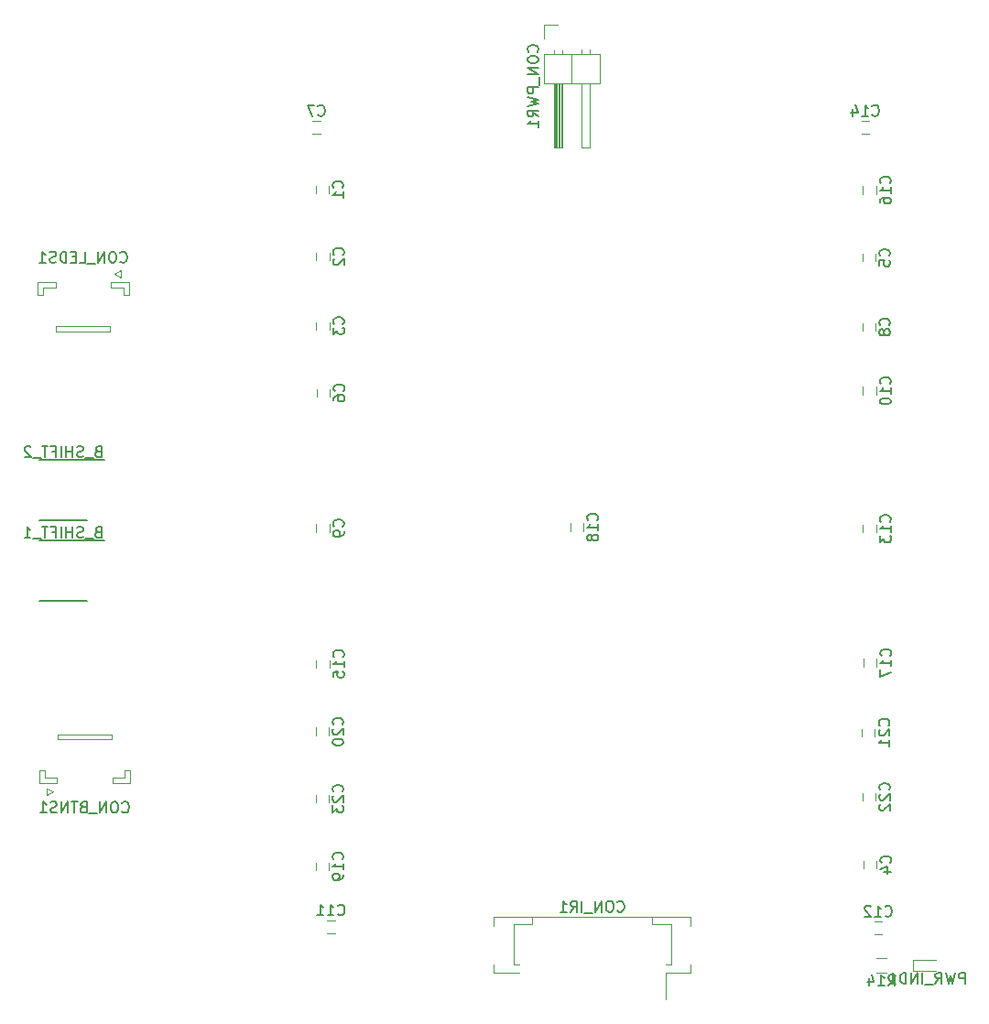
<source format=gbo>
G04 #@! TF.FileFunction,Legend,Bot*
%FSLAX46Y46*%
G04 Gerber Fmt 4.6, Leading zero omitted, Abs format (unit mm)*
G04 Created by KiCad (PCBNEW 4.0.6+dfsg1-1) date Sat Apr 14 23:57:49 2018*
%MOMM*%
%LPD*%
G01*
G04 APERTURE LIST*
%ADD10C,0.100000*%
%ADD11C,0.150000*%
%ADD12C,0.120000*%
G04 APERTURE END LIST*
D10*
D11*
X129050000Y-139050000D02*
X124650000Y-139050000D01*
X130625000Y-133525000D02*
X124650000Y-133525000D01*
X129050000Y-131600000D02*
X124650000Y-131600000D01*
X130625000Y-126075000D02*
X124650000Y-126075000D01*
D12*
X150200000Y-100700000D02*
X150200000Y-101400000D01*
X151400000Y-101400000D02*
X151400000Y-100700000D01*
X150250000Y-106900000D02*
X150250000Y-107600000D01*
X151450000Y-107600000D02*
X151450000Y-106900000D01*
X150250000Y-113300000D02*
X150250000Y-114000000D01*
X151450000Y-114000000D02*
X151450000Y-113300000D01*
X200850000Y-163100000D02*
X200850000Y-163800000D01*
X202050000Y-163800000D02*
X202050000Y-163100000D01*
X200750000Y-107000000D02*
X200750000Y-107700000D01*
X201950000Y-107700000D02*
X201950000Y-107000000D01*
X150300000Y-119500000D02*
X150300000Y-120200000D01*
X151500000Y-120200000D02*
X151500000Y-119500000D01*
X149900000Y-95900000D02*
X150600000Y-95900000D01*
X150600000Y-94700000D02*
X149900000Y-94700000D01*
X200750000Y-113400000D02*
X200750000Y-114100000D01*
X201950000Y-114100000D02*
X201950000Y-113400000D01*
X150250000Y-132000000D02*
X150250000Y-132700000D01*
X151450000Y-132700000D02*
X151450000Y-132000000D01*
X200800000Y-119300000D02*
X200800000Y-120000000D01*
X202000000Y-120000000D02*
X202000000Y-119300000D01*
X151250000Y-169800000D02*
X151950000Y-169800000D01*
X151950000Y-168600000D02*
X151250000Y-168600000D01*
X201850000Y-169900000D02*
X202550000Y-169900000D01*
X202550000Y-168700000D02*
X201850000Y-168700000D01*
X200800000Y-132050000D02*
X200800000Y-132750000D01*
X202000000Y-132750000D02*
X202000000Y-132050000D01*
X200650000Y-95900000D02*
X201350000Y-95900000D01*
X201350000Y-94700000D02*
X200650000Y-94700000D01*
X150250000Y-144550000D02*
X150250000Y-145250000D01*
X151450000Y-145250000D02*
X151450000Y-144550000D01*
X200800000Y-100750000D02*
X200800000Y-101450000D01*
X202000000Y-101450000D02*
X202000000Y-100750000D01*
X200850000Y-144450000D02*
X200850000Y-145150000D01*
X202050000Y-145150000D02*
X202050000Y-144450000D01*
X173750000Y-131900000D02*
X173750000Y-132600000D01*
X174950000Y-132600000D02*
X174950000Y-131900000D01*
X150200000Y-163250000D02*
X150200000Y-163950000D01*
X151400000Y-163950000D02*
X151400000Y-163250000D01*
X150200000Y-150800000D02*
X150200000Y-151500000D01*
X151400000Y-151500000D02*
X151400000Y-150800000D01*
X200700000Y-150900000D02*
X200700000Y-151600000D01*
X201900000Y-151600000D02*
X201900000Y-150900000D01*
X200750000Y-156850000D02*
X200750000Y-157550000D01*
X201950000Y-157550000D02*
X201950000Y-156850000D01*
X150200000Y-157000000D02*
X150200000Y-157700000D01*
X151400000Y-157700000D02*
X151400000Y-157000000D01*
X126325000Y-151400000D02*
X131325000Y-151400000D01*
X131325000Y-151400000D02*
X131325000Y-151900000D01*
X131325000Y-151900000D02*
X126325000Y-151900000D01*
X126325000Y-151900000D02*
X126325000Y-151400000D01*
X124625000Y-154750000D02*
X124625000Y-155950000D01*
X124625000Y-155950000D02*
X126275000Y-155950000D01*
X126275000Y-155950000D02*
X126275000Y-155450000D01*
X126275000Y-155450000D02*
X125125000Y-155450000D01*
X125125000Y-155450000D02*
X125125000Y-154750000D01*
X125125000Y-154750000D02*
X124625000Y-154750000D01*
X133025000Y-154750000D02*
X133025000Y-155950000D01*
X133025000Y-155950000D02*
X131375000Y-155950000D01*
X131375000Y-155950000D02*
X131375000Y-155450000D01*
X131375000Y-155450000D02*
X132525000Y-155450000D01*
X132525000Y-155450000D02*
X132525000Y-154750000D01*
X132525000Y-154750000D02*
X133025000Y-154750000D01*
X125950000Y-156700000D02*
X125350000Y-157000000D01*
X125350000Y-157000000D02*
X125350000Y-156400000D01*
X125350000Y-156400000D02*
X125950000Y-156700000D01*
X184825000Y-169100000D02*
X184825000Y-168275000D01*
X184825000Y-168275000D02*
X166675000Y-168275000D01*
X166675000Y-168275000D02*
X166675000Y-169100000D01*
X184825000Y-172650000D02*
X184825000Y-173475000D01*
X184825000Y-173475000D02*
X182525000Y-173475000D01*
X166675000Y-172650000D02*
X166675000Y-173475000D01*
X166675000Y-173475000D02*
X168975000Y-173475000D01*
X181325000Y-168275000D02*
X181325000Y-168975000D01*
X181325000Y-168975000D02*
X183025000Y-168975000D01*
X183025000Y-168975000D02*
X183025000Y-172675000D01*
X183025000Y-172675000D02*
X182525000Y-172675000D01*
X170175000Y-168275000D02*
X170175000Y-168975000D01*
X170175000Y-168975000D02*
X168475000Y-168975000D01*
X168475000Y-168975000D02*
X168475000Y-172675000D01*
X168475000Y-172675000D02*
X168975000Y-172675000D01*
X182525000Y-173475000D02*
X182525000Y-175875000D01*
X131200000Y-114150000D02*
X126200000Y-114150000D01*
X126200000Y-114150000D02*
X126200000Y-113650000D01*
X126200000Y-113650000D02*
X131200000Y-113650000D01*
X131200000Y-113650000D02*
X131200000Y-114150000D01*
X132900000Y-110800000D02*
X132900000Y-109600000D01*
X132900000Y-109600000D02*
X131250000Y-109600000D01*
X131250000Y-109600000D02*
X131250000Y-110100000D01*
X131250000Y-110100000D02*
X132400000Y-110100000D01*
X132400000Y-110100000D02*
X132400000Y-110800000D01*
X132400000Y-110800000D02*
X132900000Y-110800000D01*
X124500000Y-110800000D02*
X124500000Y-109600000D01*
X124500000Y-109600000D02*
X126150000Y-109600000D01*
X126150000Y-109600000D02*
X126150000Y-110100000D01*
X126150000Y-110100000D02*
X125000000Y-110100000D01*
X125000000Y-110100000D02*
X125000000Y-110800000D01*
X125000000Y-110800000D02*
X124500000Y-110800000D01*
X131575000Y-108850000D02*
X132175000Y-108550000D01*
X132175000Y-108550000D02*
X132175000Y-109150000D01*
X132175000Y-109150000D02*
X131575000Y-108850000D01*
X171270000Y-88540000D02*
X176470000Y-88540000D01*
X176470000Y-88540000D02*
X176470000Y-91200000D01*
X176470000Y-91200000D02*
X171270000Y-91200000D01*
X171270000Y-91200000D02*
X171270000Y-88540000D01*
X172220000Y-91200000D02*
X172220000Y-97200000D01*
X172220000Y-97200000D02*
X172980000Y-97200000D01*
X172980000Y-97200000D02*
X172980000Y-91200000D01*
X172280000Y-91200000D02*
X172280000Y-97200000D01*
X172400000Y-91200000D02*
X172400000Y-97200000D01*
X172520000Y-91200000D02*
X172520000Y-97200000D01*
X172640000Y-91200000D02*
X172640000Y-97200000D01*
X172760000Y-91200000D02*
X172760000Y-97200000D01*
X172880000Y-91200000D02*
X172880000Y-97200000D01*
X172220000Y-88210000D02*
X172220000Y-88540000D01*
X172980000Y-88210000D02*
X172980000Y-88540000D01*
X173870000Y-88540000D02*
X173870000Y-91200000D01*
X174760000Y-91200000D02*
X174760000Y-97200000D01*
X174760000Y-97200000D02*
X175520000Y-97200000D01*
X175520000Y-97200000D02*
X175520000Y-91200000D01*
X174760000Y-88142929D02*
X174760000Y-88540000D01*
X175520000Y-88142929D02*
X175520000Y-88540000D01*
X172600000Y-85830000D02*
X171330000Y-85830000D01*
X171330000Y-85830000D02*
X171330000Y-87100000D01*
X205450000Y-173250000D02*
X205450000Y-172250000D01*
X205450000Y-172250000D02*
X207550000Y-172250000D01*
X205450000Y-173250000D02*
X207550000Y-173250000D01*
X203000000Y-172070000D02*
X202000000Y-172070000D01*
X202000000Y-173430000D02*
X203000000Y-173430000D01*
D11*
X130064285Y-132703571D02*
X129921428Y-132751190D01*
X129873809Y-132798810D01*
X129826190Y-132894048D01*
X129826190Y-133036905D01*
X129873809Y-133132143D01*
X129921428Y-133179762D01*
X130016666Y-133227381D01*
X130397619Y-133227381D01*
X130397619Y-132227381D01*
X130064285Y-132227381D01*
X129969047Y-132275000D01*
X129921428Y-132322619D01*
X129873809Y-132417857D01*
X129873809Y-132513095D01*
X129921428Y-132608333D01*
X129969047Y-132655952D01*
X130064285Y-132703571D01*
X130397619Y-132703571D01*
X129635714Y-133322619D02*
X128873809Y-133322619D01*
X128683333Y-133179762D02*
X128540476Y-133227381D01*
X128302380Y-133227381D01*
X128207142Y-133179762D01*
X128159523Y-133132143D01*
X128111904Y-133036905D01*
X128111904Y-132941667D01*
X128159523Y-132846429D01*
X128207142Y-132798810D01*
X128302380Y-132751190D01*
X128492857Y-132703571D01*
X128588095Y-132655952D01*
X128635714Y-132608333D01*
X128683333Y-132513095D01*
X128683333Y-132417857D01*
X128635714Y-132322619D01*
X128588095Y-132275000D01*
X128492857Y-132227381D01*
X128254761Y-132227381D01*
X128111904Y-132275000D01*
X127683333Y-133227381D02*
X127683333Y-132227381D01*
X127683333Y-132703571D02*
X127111904Y-132703571D01*
X127111904Y-133227381D02*
X127111904Y-132227381D01*
X126635714Y-133227381D02*
X126635714Y-132227381D01*
X125826190Y-132703571D02*
X126159524Y-132703571D01*
X126159524Y-133227381D02*
X126159524Y-132227381D01*
X125683333Y-132227381D01*
X125445238Y-132227381D02*
X124873809Y-132227381D01*
X125159524Y-133227381D02*
X125159524Y-132227381D01*
X124778571Y-133322619D02*
X124016666Y-133322619D01*
X123254761Y-133227381D02*
X123826190Y-133227381D01*
X123540476Y-133227381D02*
X123540476Y-132227381D01*
X123635714Y-132370238D01*
X123730952Y-132465476D01*
X123826190Y-132513095D01*
X130064285Y-125253571D02*
X129921428Y-125301190D01*
X129873809Y-125348810D01*
X129826190Y-125444048D01*
X129826190Y-125586905D01*
X129873809Y-125682143D01*
X129921428Y-125729762D01*
X130016666Y-125777381D01*
X130397619Y-125777381D01*
X130397619Y-124777381D01*
X130064285Y-124777381D01*
X129969047Y-124825000D01*
X129921428Y-124872619D01*
X129873809Y-124967857D01*
X129873809Y-125063095D01*
X129921428Y-125158333D01*
X129969047Y-125205952D01*
X130064285Y-125253571D01*
X130397619Y-125253571D01*
X129635714Y-125872619D02*
X128873809Y-125872619D01*
X128683333Y-125729762D02*
X128540476Y-125777381D01*
X128302380Y-125777381D01*
X128207142Y-125729762D01*
X128159523Y-125682143D01*
X128111904Y-125586905D01*
X128111904Y-125491667D01*
X128159523Y-125396429D01*
X128207142Y-125348810D01*
X128302380Y-125301190D01*
X128492857Y-125253571D01*
X128588095Y-125205952D01*
X128635714Y-125158333D01*
X128683333Y-125063095D01*
X128683333Y-124967857D01*
X128635714Y-124872619D01*
X128588095Y-124825000D01*
X128492857Y-124777381D01*
X128254761Y-124777381D01*
X128111904Y-124825000D01*
X127683333Y-125777381D02*
X127683333Y-124777381D01*
X127683333Y-125253571D02*
X127111904Y-125253571D01*
X127111904Y-125777381D02*
X127111904Y-124777381D01*
X126635714Y-125777381D02*
X126635714Y-124777381D01*
X125826190Y-125253571D02*
X126159524Y-125253571D01*
X126159524Y-125777381D02*
X126159524Y-124777381D01*
X125683333Y-124777381D01*
X125445238Y-124777381D02*
X124873809Y-124777381D01*
X125159524Y-125777381D02*
X125159524Y-124777381D01*
X124778571Y-125872619D02*
X124016666Y-125872619D01*
X123826190Y-124872619D02*
X123778571Y-124825000D01*
X123683333Y-124777381D01*
X123445237Y-124777381D01*
X123349999Y-124825000D01*
X123302380Y-124872619D01*
X123254761Y-124967857D01*
X123254761Y-125063095D01*
X123302380Y-125205952D01*
X123873809Y-125777381D01*
X123254761Y-125777381D01*
X152657143Y-100883334D02*
X152704762Y-100835715D01*
X152752381Y-100692858D01*
X152752381Y-100597620D01*
X152704762Y-100454762D01*
X152609524Y-100359524D01*
X152514286Y-100311905D01*
X152323810Y-100264286D01*
X152180952Y-100264286D01*
X151990476Y-100311905D01*
X151895238Y-100359524D01*
X151800000Y-100454762D01*
X151752381Y-100597620D01*
X151752381Y-100692858D01*
X151800000Y-100835715D01*
X151847619Y-100883334D01*
X152752381Y-101835715D02*
X152752381Y-101264286D01*
X152752381Y-101550000D02*
X151752381Y-101550000D01*
X151895238Y-101454762D01*
X151990476Y-101359524D01*
X152038095Y-101264286D01*
X152707143Y-107083334D02*
X152754762Y-107035715D01*
X152802381Y-106892858D01*
X152802381Y-106797620D01*
X152754762Y-106654762D01*
X152659524Y-106559524D01*
X152564286Y-106511905D01*
X152373810Y-106464286D01*
X152230952Y-106464286D01*
X152040476Y-106511905D01*
X151945238Y-106559524D01*
X151850000Y-106654762D01*
X151802381Y-106797620D01*
X151802381Y-106892858D01*
X151850000Y-107035715D01*
X151897619Y-107083334D01*
X151897619Y-107464286D02*
X151850000Y-107511905D01*
X151802381Y-107607143D01*
X151802381Y-107845239D01*
X151850000Y-107940477D01*
X151897619Y-107988096D01*
X151992857Y-108035715D01*
X152088095Y-108035715D01*
X152230952Y-107988096D01*
X152802381Y-107416667D01*
X152802381Y-108035715D01*
X152707143Y-113483334D02*
X152754762Y-113435715D01*
X152802381Y-113292858D01*
X152802381Y-113197620D01*
X152754762Y-113054762D01*
X152659524Y-112959524D01*
X152564286Y-112911905D01*
X152373810Y-112864286D01*
X152230952Y-112864286D01*
X152040476Y-112911905D01*
X151945238Y-112959524D01*
X151850000Y-113054762D01*
X151802381Y-113197620D01*
X151802381Y-113292858D01*
X151850000Y-113435715D01*
X151897619Y-113483334D01*
X151802381Y-113816667D02*
X151802381Y-114435715D01*
X152183333Y-114102381D01*
X152183333Y-114245239D01*
X152230952Y-114340477D01*
X152278571Y-114388096D01*
X152373810Y-114435715D01*
X152611905Y-114435715D01*
X152707143Y-114388096D01*
X152754762Y-114340477D01*
X152802381Y-114245239D01*
X152802381Y-113959524D01*
X152754762Y-113864286D01*
X152707143Y-113816667D01*
X203307143Y-163283334D02*
X203354762Y-163235715D01*
X203402381Y-163092858D01*
X203402381Y-162997620D01*
X203354762Y-162854762D01*
X203259524Y-162759524D01*
X203164286Y-162711905D01*
X202973810Y-162664286D01*
X202830952Y-162664286D01*
X202640476Y-162711905D01*
X202545238Y-162759524D01*
X202450000Y-162854762D01*
X202402381Y-162997620D01*
X202402381Y-163092858D01*
X202450000Y-163235715D01*
X202497619Y-163283334D01*
X202735714Y-164140477D02*
X203402381Y-164140477D01*
X202354762Y-163902381D02*
X203069048Y-163664286D01*
X203069048Y-164283334D01*
X203207143Y-107183334D02*
X203254762Y-107135715D01*
X203302381Y-106992858D01*
X203302381Y-106897620D01*
X203254762Y-106754762D01*
X203159524Y-106659524D01*
X203064286Y-106611905D01*
X202873810Y-106564286D01*
X202730952Y-106564286D01*
X202540476Y-106611905D01*
X202445238Y-106659524D01*
X202350000Y-106754762D01*
X202302381Y-106897620D01*
X202302381Y-106992858D01*
X202350000Y-107135715D01*
X202397619Y-107183334D01*
X202302381Y-108088096D02*
X202302381Y-107611905D01*
X202778571Y-107564286D01*
X202730952Y-107611905D01*
X202683333Y-107707143D01*
X202683333Y-107945239D01*
X202730952Y-108040477D01*
X202778571Y-108088096D01*
X202873810Y-108135715D01*
X203111905Y-108135715D01*
X203207143Y-108088096D01*
X203254762Y-108040477D01*
X203302381Y-107945239D01*
X203302381Y-107707143D01*
X203254762Y-107611905D01*
X203207143Y-107564286D01*
X152757143Y-119683334D02*
X152804762Y-119635715D01*
X152852381Y-119492858D01*
X152852381Y-119397620D01*
X152804762Y-119254762D01*
X152709524Y-119159524D01*
X152614286Y-119111905D01*
X152423810Y-119064286D01*
X152280952Y-119064286D01*
X152090476Y-119111905D01*
X151995238Y-119159524D01*
X151900000Y-119254762D01*
X151852381Y-119397620D01*
X151852381Y-119492858D01*
X151900000Y-119635715D01*
X151947619Y-119683334D01*
X151852381Y-120540477D02*
X151852381Y-120350000D01*
X151900000Y-120254762D01*
X151947619Y-120207143D01*
X152090476Y-120111905D01*
X152280952Y-120064286D01*
X152661905Y-120064286D01*
X152757143Y-120111905D01*
X152804762Y-120159524D01*
X152852381Y-120254762D01*
X152852381Y-120445239D01*
X152804762Y-120540477D01*
X152757143Y-120588096D01*
X152661905Y-120635715D01*
X152423810Y-120635715D01*
X152328571Y-120588096D01*
X152280952Y-120540477D01*
X152233333Y-120445239D01*
X152233333Y-120254762D01*
X152280952Y-120159524D01*
X152328571Y-120111905D01*
X152423810Y-120064286D01*
X150416666Y-94157143D02*
X150464285Y-94204762D01*
X150607142Y-94252381D01*
X150702380Y-94252381D01*
X150845238Y-94204762D01*
X150940476Y-94109524D01*
X150988095Y-94014286D01*
X151035714Y-93823810D01*
X151035714Y-93680952D01*
X150988095Y-93490476D01*
X150940476Y-93395238D01*
X150845238Y-93300000D01*
X150702380Y-93252381D01*
X150607142Y-93252381D01*
X150464285Y-93300000D01*
X150416666Y-93347619D01*
X150083333Y-93252381D02*
X149416666Y-93252381D01*
X149845238Y-94252381D01*
X203207143Y-113583334D02*
X203254762Y-113535715D01*
X203302381Y-113392858D01*
X203302381Y-113297620D01*
X203254762Y-113154762D01*
X203159524Y-113059524D01*
X203064286Y-113011905D01*
X202873810Y-112964286D01*
X202730952Y-112964286D01*
X202540476Y-113011905D01*
X202445238Y-113059524D01*
X202350000Y-113154762D01*
X202302381Y-113297620D01*
X202302381Y-113392858D01*
X202350000Y-113535715D01*
X202397619Y-113583334D01*
X202730952Y-114154762D02*
X202683333Y-114059524D01*
X202635714Y-114011905D01*
X202540476Y-113964286D01*
X202492857Y-113964286D01*
X202397619Y-114011905D01*
X202350000Y-114059524D01*
X202302381Y-114154762D01*
X202302381Y-114345239D01*
X202350000Y-114440477D01*
X202397619Y-114488096D01*
X202492857Y-114535715D01*
X202540476Y-114535715D01*
X202635714Y-114488096D01*
X202683333Y-114440477D01*
X202730952Y-114345239D01*
X202730952Y-114154762D01*
X202778571Y-114059524D01*
X202826190Y-114011905D01*
X202921429Y-113964286D01*
X203111905Y-113964286D01*
X203207143Y-114011905D01*
X203254762Y-114059524D01*
X203302381Y-114154762D01*
X203302381Y-114345239D01*
X203254762Y-114440477D01*
X203207143Y-114488096D01*
X203111905Y-114535715D01*
X202921429Y-114535715D01*
X202826190Y-114488096D01*
X202778571Y-114440477D01*
X202730952Y-114345239D01*
X152707143Y-132183334D02*
X152754762Y-132135715D01*
X152802381Y-131992858D01*
X152802381Y-131897620D01*
X152754762Y-131754762D01*
X152659524Y-131659524D01*
X152564286Y-131611905D01*
X152373810Y-131564286D01*
X152230952Y-131564286D01*
X152040476Y-131611905D01*
X151945238Y-131659524D01*
X151850000Y-131754762D01*
X151802381Y-131897620D01*
X151802381Y-131992858D01*
X151850000Y-132135715D01*
X151897619Y-132183334D01*
X152802381Y-132659524D02*
X152802381Y-132850000D01*
X152754762Y-132945239D01*
X152707143Y-132992858D01*
X152564286Y-133088096D01*
X152373810Y-133135715D01*
X151992857Y-133135715D01*
X151897619Y-133088096D01*
X151850000Y-133040477D01*
X151802381Y-132945239D01*
X151802381Y-132754762D01*
X151850000Y-132659524D01*
X151897619Y-132611905D01*
X151992857Y-132564286D01*
X152230952Y-132564286D01*
X152326190Y-132611905D01*
X152373810Y-132659524D01*
X152421429Y-132754762D01*
X152421429Y-132945239D01*
X152373810Y-133040477D01*
X152326190Y-133088096D01*
X152230952Y-133135715D01*
X203257143Y-119007143D02*
X203304762Y-118959524D01*
X203352381Y-118816667D01*
X203352381Y-118721429D01*
X203304762Y-118578571D01*
X203209524Y-118483333D01*
X203114286Y-118435714D01*
X202923810Y-118388095D01*
X202780952Y-118388095D01*
X202590476Y-118435714D01*
X202495238Y-118483333D01*
X202400000Y-118578571D01*
X202352381Y-118721429D01*
X202352381Y-118816667D01*
X202400000Y-118959524D01*
X202447619Y-119007143D01*
X203352381Y-119959524D02*
X203352381Y-119388095D01*
X203352381Y-119673809D02*
X202352381Y-119673809D01*
X202495238Y-119578571D01*
X202590476Y-119483333D01*
X202638095Y-119388095D01*
X202352381Y-120578571D02*
X202352381Y-120673810D01*
X202400000Y-120769048D01*
X202447619Y-120816667D01*
X202542857Y-120864286D01*
X202733333Y-120911905D01*
X202971429Y-120911905D01*
X203161905Y-120864286D01*
X203257143Y-120816667D01*
X203304762Y-120769048D01*
X203352381Y-120673810D01*
X203352381Y-120578571D01*
X203304762Y-120483333D01*
X203257143Y-120435714D01*
X203161905Y-120388095D01*
X202971429Y-120340476D01*
X202733333Y-120340476D01*
X202542857Y-120388095D01*
X202447619Y-120435714D01*
X202400000Y-120483333D01*
X202352381Y-120578571D01*
X152242857Y-168057143D02*
X152290476Y-168104762D01*
X152433333Y-168152381D01*
X152528571Y-168152381D01*
X152671429Y-168104762D01*
X152766667Y-168009524D01*
X152814286Y-167914286D01*
X152861905Y-167723810D01*
X152861905Y-167580952D01*
X152814286Y-167390476D01*
X152766667Y-167295238D01*
X152671429Y-167200000D01*
X152528571Y-167152381D01*
X152433333Y-167152381D01*
X152290476Y-167200000D01*
X152242857Y-167247619D01*
X151290476Y-168152381D02*
X151861905Y-168152381D01*
X151576191Y-168152381D02*
X151576191Y-167152381D01*
X151671429Y-167295238D01*
X151766667Y-167390476D01*
X151861905Y-167438095D01*
X150338095Y-168152381D02*
X150909524Y-168152381D01*
X150623810Y-168152381D02*
X150623810Y-167152381D01*
X150719048Y-167295238D01*
X150814286Y-167390476D01*
X150909524Y-167438095D01*
X202842857Y-168157143D02*
X202890476Y-168204762D01*
X203033333Y-168252381D01*
X203128571Y-168252381D01*
X203271429Y-168204762D01*
X203366667Y-168109524D01*
X203414286Y-168014286D01*
X203461905Y-167823810D01*
X203461905Y-167680952D01*
X203414286Y-167490476D01*
X203366667Y-167395238D01*
X203271429Y-167300000D01*
X203128571Y-167252381D01*
X203033333Y-167252381D01*
X202890476Y-167300000D01*
X202842857Y-167347619D01*
X201890476Y-168252381D02*
X202461905Y-168252381D01*
X202176191Y-168252381D02*
X202176191Y-167252381D01*
X202271429Y-167395238D01*
X202366667Y-167490476D01*
X202461905Y-167538095D01*
X201509524Y-167347619D02*
X201461905Y-167300000D01*
X201366667Y-167252381D01*
X201128571Y-167252381D01*
X201033333Y-167300000D01*
X200985714Y-167347619D01*
X200938095Y-167442857D01*
X200938095Y-167538095D01*
X200985714Y-167680952D01*
X201557143Y-168252381D01*
X200938095Y-168252381D01*
X203257143Y-131757143D02*
X203304762Y-131709524D01*
X203352381Y-131566667D01*
X203352381Y-131471429D01*
X203304762Y-131328571D01*
X203209524Y-131233333D01*
X203114286Y-131185714D01*
X202923810Y-131138095D01*
X202780952Y-131138095D01*
X202590476Y-131185714D01*
X202495238Y-131233333D01*
X202400000Y-131328571D01*
X202352381Y-131471429D01*
X202352381Y-131566667D01*
X202400000Y-131709524D01*
X202447619Y-131757143D01*
X203352381Y-132709524D02*
X203352381Y-132138095D01*
X203352381Y-132423809D02*
X202352381Y-132423809D01*
X202495238Y-132328571D01*
X202590476Y-132233333D01*
X202638095Y-132138095D01*
X202352381Y-133042857D02*
X202352381Y-133661905D01*
X202733333Y-133328571D01*
X202733333Y-133471429D01*
X202780952Y-133566667D01*
X202828571Y-133614286D01*
X202923810Y-133661905D01*
X203161905Y-133661905D01*
X203257143Y-133614286D01*
X203304762Y-133566667D01*
X203352381Y-133471429D01*
X203352381Y-133185714D01*
X203304762Y-133090476D01*
X203257143Y-133042857D01*
X201642857Y-94157143D02*
X201690476Y-94204762D01*
X201833333Y-94252381D01*
X201928571Y-94252381D01*
X202071429Y-94204762D01*
X202166667Y-94109524D01*
X202214286Y-94014286D01*
X202261905Y-93823810D01*
X202261905Y-93680952D01*
X202214286Y-93490476D01*
X202166667Y-93395238D01*
X202071429Y-93300000D01*
X201928571Y-93252381D01*
X201833333Y-93252381D01*
X201690476Y-93300000D01*
X201642857Y-93347619D01*
X200690476Y-94252381D02*
X201261905Y-94252381D01*
X200976191Y-94252381D02*
X200976191Y-93252381D01*
X201071429Y-93395238D01*
X201166667Y-93490476D01*
X201261905Y-93538095D01*
X199833333Y-93585714D02*
X199833333Y-94252381D01*
X200071429Y-93204762D02*
X200309524Y-93919048D01*
X199690476Y-93919048D01*
X152707143Y-144257143D02*
X152754762Y-144209524D01*
X152802381Y-144066667D01*
X152802381Y-143971429D01*
X152754762Y-143828571D01*
X152659524Y-143733333D01*
X152564286Y-143685714D01*
X152373810Y-143638095D01*
X152230952Y-143638095D01*
X152040476Y-143685714D01*
X151945238Y-143733333D01*
X151850000Y-143828571D01*
X151802381Y-143971429D01*
X151802381Y-144066667D01*
X151850000Y-144209524D01*
X151897619Y-144257143D01*
X152802381Y-145209524D02*
X152802381Y-144638095D01*
X152802381Y-144923809D02*
X151802381Y-144923809D01*
X151945238Y-144828571D01*
X152040476Y-144733333D01*
X152088095Y-144638095D01*
X151802381Y-146114286D02*
X151802381Y-145638095D01*
X152278571Y-145590476D01*
X152230952Y-145638095D01*
X152183333Y-145733333D01*
X152183333Y-145971429D01*
X152230952Y-146066667D01*
X152278571Y-146114286D01*
X152373810Y-146161905D01*
X152611905Y-146161905D01*
X152707143Y-146114286D01*
X152754762Y-146066667D01*
X152802381Y-145971429D01*
X152802381Y-145733333D01*
X152754762Y-145638095D01*
X152707143Y-145590476D01*
X203257143Y-100457143D02*
X203304762Y-100409524D01*
X203352381Y-100266667D01*
X203352381Y-100171429D01*
X203304762Y-100028571D01*
X203209524Y-99933333D01*
X203114286Y-99885714D01*
X202923810Y-99838095D01*
X202780952Y-99838095D01*
X202590476Y-99885714D01*
X202495238Y-99933333D01*
X202400000Y-100028571D01*
X202352381Y-100171429D01*
X202352381Y-100266667D01*
X202400000Y-100409524D01*
X202447619Y-100457143D01*
X203352381Y-101409524D02*
X203352381Y-100838095D01*
X203352381Y-101123809D02*
X202352381Y-101123809D01*
X202495238Y-101028571D01*
X202590476Y-100933333D01*
X202638095Y-100838095D01*
X202352381Y-102266667D02*
X202352381Y-102076190D01*
X202400000Y-101980952D01*
X202447619Y-101933333D01*
X202590476Y-101838095D01*
X202780952Y-101790476D01*
X203161905Y-101790476D01*
X203257143Y-101838095D01*
X203304762Y-101885714D01*
X203352381Y-101980952D01*
X203352381Y-102171429D01*
X203304762Y-102266667D01*
X203257143Y-102314286D01*
X203161905Y-102361905D01*
X202923810Y-102361905D01*
X202828571Y-102314286D01*
X202780952Y-102266667D01*
X202733333Y-102171429D01*
X202733333Y-101980952D01*
X202780952Y-101885714D01*
X202828571Y-101838095D01*
X202923810Y-101790476D01*
X203307143Y-144157143D02*
X203354762Y-144109524D01*
X203402381Y-143966667D01*
X203402381Y-143871429D01*
X203354762Y-143728571D01*
X203259524Y-143633333D01*
X203164286Y-143585714D01*
X202973810Y-143538095D01*
X202830952Y-143538095D01*
X202640476Y-143585714D01*
X202545238Y-143633333D01*
X202450000Y-143728571D01*
X202402381Y-143871429D01*
X202402381Y-143966667D01*
X202450000Y-144109524D01*
X202497619Y-144157143D01*
X203402381Y-145109524D02*
X203402381Y-144538095D01*
X203402381Y-144823809D02*
X202402381Y-144823809D01*
X202545238Y-144728571D01*
X202640476Y-144633333D01*
X202688095Y-144538095D01*
X202402381Y-145442857D02*
X202402381Y-146109524D01*
X203402381Y-145680952D01*
X176207143Y-131607143D02*
X176254762Y-131559524D01*
X176302381Y-131416667D01*
X176302381Y-131321429D01*
X176254762Y-131178571D01*
X176159524Y-131083333D01*
X176064286Y-131035714D01*
X175873810Y-130988095D01*
X175730952Y-130988095D01*
X175540476Y-131035714D01*
X175445238Y-131083333D01*
X175350000Y-131178571D01*
X175302381Y-131321429D01*
X175302381Y-131416667D01*
X175350000Y-131559524D01*
X175397619Y-131607143D01*
X176302381Y-132559524D02*
X176302381Y-131988095D01*
X176302381Y-132273809D02*
X175302381Y-132273809D01*
X175445238Y-132178571D01*
X175540476Y-132083333D01*
X175588095Y-131988095D01*
X175730952Y-133130952D02*
X175683333Y-133035714D01*
X175635714Y-132988095D01*
X175540476Y-132940476D01*
X175492857Y-132940476D01*
X175397619Y-132988095D01*
X175350000Y-133035714D01*
X175302381Y-133130952D01*
X175302381Y-133321429D01*
X175350000Y-133416667D01*
X175397619Y-133464286D01*
X175492857Y-133511905D01*
X175540476Y-133511905D01*
X175635714Y-133464286D01*
X175683333Y-133416667D01*
X175730952Y-133321429D01*
X175730952Y-133130952D01*
X175778571Y-133035714D01*
X175826190Y-132988095D01*
X175921429Y-132940476D01*
X176111905Y-132940476D01*
X176207143Y-132988095D01*
X176254762Y-133035714D01*
X176302381Y-133130952D01*
X176302381Y-133321429D01*
X176254762Y-133416667D01*
X176207143Y-133464286D01*
X176111905Y-133511905D01*
X175921429Y-133511905D01*
X175826190Y-133464286D01*
X175778571Y-133416667D01*
X175730952Y-133321429D01*
X152657143Y-162957143D02*
X152704762Y-162909524D01*
X152752381Y-162766667D01*
X152752381Y-162671429D01*
X152704762Y-162528571D01*
X152609524Y-162433333D01*
X152514286Y-162385714D01*
X152323810Y-162338095D01*
X152180952Y-162338095D01*
X151990476Y-162385714D01*
X151895238Y-162433333D01*
X151800000Y-162528571D01*
X151752381Y-162671429D01*
X151752381Y-162766667D01*
X151800000Y-162909524D01*
X151847619Y-162957143D01*
X152752381Y-163909524D02*
X152752381Y-163338095D01*
X152752381Y-163623809D02*
X151752381Y-163623809D01*
X151895238Y-163528571D01*
X151990476Y-163433333D01*
X152038095Y-163338095D01*
X152752381Y-164385714D02*
X152752381Y-164576190D01*
X152704762Y-164671429D01*
X152657143Y-164719048D01*
X152514286Y-164814286D01*
X152323810Y-164861905D01*
X151942857Y-164861905D01*
X151847619Y-164814286D01*
X151800000Y-164766667D01*
X151752381Y-164671429D01*
X151752381Y-164480952D01*
X151800000Y-164385714D01*
X151847619Y-164338095D01*
X151942857Y-164290476D01*
X152180952Y-164290476D01*
X152276190Y-164338095D01*
X152323810Y-164385714D01*
X152371429Y-164480952D01*
X152371429Y-164671429D01*
X152323810Y-164766667D01*
X152276190Y-164814286D01*
X152180952Y-164861905D01*
X152657143Y-150507143D02*
X152704762Y-150459524D01*
X152752381Y-150316667D01*
X152752381Y-150221429D01*
X152704762Y-150078571D01*
X152609524Y-149983333D01*
X152514286Y-149935714D01*
X152323810Y-149888095D01*
X152180952Y-149888095D01*
X151990476Y-149935714D01*
X151895238Y-149983333D01*
X151800000Y-150078571D01*
X151752381Y-150221429D01*
X151752381Y-150316667D01*
X151800000Y-150459524D01*
X151847619Y-150507143D01*
X151847619Y-150888095D02*
X151800000Y-150935714D01*
X151752381Y-151030952D01*
X151752381Y-151269048D01*
X151800000Y-151364286D01*
X151847619Y-151411905D01*
X151942857Y-151459524D01*
X152038095Y-151459524D01*
X152180952Y-151411905D01*
X152752381Y-150840476D01*
X152752381Y-151459524D01*
X151752381Y-152078571D02*
X151752381Y-152173810D01*
X151800000Y-152269048D01*
X151847619Y-152316667D01*
X151942857Y-152364286D01*
X152133333Y-152411905D01*
X152371429Y-152411905D01*
X152561905Y-152364286D01*
X152657143Y-152316667D01*
X152704762Y-152269048D01*
X152752381Y-152173810D01*
X152752381Y-152078571D01*
X152704762Y-151983333D01*
X152657143Y-151935714D01*
X152561905Y-151888095D01*
X152371429Y-151840476D01*
X152133333Y-151840476D01*
X151942857Y-151888095D01*
X151847619Y-151935714D01*
X151800000Y-151983333D01*
X151752381Y-152078571D01*
X203157143Y-150607143D02*
X203204762Y-150559524D01*
X203252381Y-150416667D01*
X203252381Y-150321429D01*
X203204762Y-150178571D01*
X203109524Y-150083333D01*
X203014286Y-150035714D01*
X202823810Y-149988095D01*
X202680952Y-149988095D01*
X202490476Y-150035714D01*
X202395238Y-150083333D01*
X202300000Y-150178571D01*
X202252381Y-150321429D01*
X202252381Y-150416667D01*
X202300000Y-150559524D01*
X202347619Y-150607143D01*
X202347619Y-150988095D02*
X202300000Y-151035714D01*
X202252381Y-151130952D01*
X202252381Y-151369048D01*
X202300000Y-151464286D01*
X202347619Y-151511905D01*
X202442857Y-151559524D01*
X202538095Y-151559524D01*
X202680952Y-151511905D01*
X203252381Y-150940476D01*
X203252381Y-151559524D01*
X203252381Y-152511905D02*
X203252381Y-151940476D01*
X203252381Y-152226190D02*
X202252381Y-152226190D01*
X202395238Y-152130952D01*
X202490476Y-152035714D01*
X202538095Y-151940476D01*
X203207143Y-156557143D02*
X203254762Y-156509524D01*
X203302381Y-156366667D01*
X203302381Y-156271429D01*
X203254762Y-156128571D01*
X203159524Y-156033333D01*
X203064286Y-155985714D01*
X202873810Y-155938095D01*
X202730952Y-155938095D01*
X202540476Y-155985714D01*
X202445238Y-156033333D01*
X202350000Y-156128571D01*
X202302381Y-156271429D01*
X202302381Y-156366667D01*
X202350000Y-156509524D01*
X202397619Y-156557143D01*
X202397619Y-156938095D02*
X202350000Y-156985714D01*
X202302381Y-157080952D01*
X202302381Y-157319048D01*
X202350000Y-157414286D01*
X202397619Y-157461905D01*
X202492857Y-157509524D01*
X202588095Y-157509524D01*
X202730952Y-157461905D01*
X203302381Y-156890476D01*
X203302381Y-157509524D01*
X202397619Y-157890476D02*
X202350000Y-157938095D01*
X202302381Y-158033333D01*
X202302381Y-158271429D01*
X202350000Y-158366667D01*
X202397619Y-158414286D01*
X202492857Y-158461905D01*
X202588095Y-158461905D01*
X202730952Y-158414286D01*
X203302381Y-157842857D01*
X203302381Y-158461905D01*
X152657143Y-156707143D02*
X152704762Y-156659524D01*
X152752381Y-156516667D01*
X152752381Y-156421429D01*
X152704762Y-156278571D01*
X152609524Y-156183333D01*
X152514286Y-156135714D01*
X152323810Y-156088095D01*
X152180952Y-156088095D01*
X151990476Y-156135714D01*
X151895238Y-156183333D01*
X151800000Y-156278571D01*
X151752381Y-156421429D01*
X151752381Y-156516667D01*
X151800000Y-156659524D01*
X151847619Y-156707143D01*
X151847619Y-157088095D02*
X151800000Y-157135714D01*
X151752381Y-157230952D01*
X151752381Y-157469048D01*
X151800000Y-157564286D01*
X151847619Y-157611905D01*
X151942857Y-157659524D01*
X152038095Y-157659524D01*
X152180952Y-157611905D01*
X152752381Y-157040476D01*
X152752381Y-157659524D01*
X151752381Y-157992857D02*
X151752381Y-158611905D01*
X152133333Y-158278571D01*
X152133333Y-158421429D01*
X152180952Y-158516667D01*
X152228571Y-158564286D01*
X152323810Y-158611905D01*
X152561905Y-158611905D01*
X152657143Y-158564286D01*
X152704762Y-158516667D01*
X152752381Y-158421429D01*
X152752381Y-158135714D01*
X152704762Y-158040476D01*
X152657143Y-157992857D01*
X132301190Y-158557143D02*
X132348809Y-158604762D01*
X132491666Y-158652381D01*
X132586904Y-158652381D01*
X132729762Y-158604762D01*
X132825000Y-158509524D01*
X132872619Y-158414286D01*
X132920238Y-158223810D01*
X132920238Y-158080952D01*
X132872619Y-157890476D01*
X132825000Y-157795238D01*
X132729762Y-157700000D01*
X132586904Y-157652381D01*
X132491666Y-157652381D01*
X132348809Y-157700000D01*
X132301190Y-157747619D01*
X131682143Y-157652381D02*
X131491666Y-157652381D01*
X131396428Y-157700000D01*
X131301190Y-157795238D01*
X131253571Y-157985714D01*
X131253571Y-158319048D01*
X131301190Y-158509524D01*
X131396428Y-158604762D01*
X131491666Y-158652381D01*
X131682143Y-158652381D01*
X131777381Y-158604762D01*
X131872619Y-158509524D01*
X131920238Y-158319048D01*
X131920238Y-157985714D01*
X131872619Y-157795238D01*
X131777381Y-157700000D01*
X131682143Y-157652381D01*
X130825000Y-158652381D02*
X130825000Y-157652381D01*
X130253571Y-158652381D01*
X130253571Y-157652381D01*
X130015476Y-158747619D02*
X129253571Y-158747619D01*
X128682142Y-158128571D02*
X128539285Y-158176190D01*
X128491666Y-158223810D01*
X128444047Y-158319048D01*
X128444047Y-158461905D01*
X128491666Y-158557143D01*
X128539285Y-158604762D01*
X128634523Y-158652381D01*
X129015476Y-158652381D01*
X129015476Y-157652381D01*
X128682142Y-157652381D01*
X128586904Y-157700000D01*
X128539285Y-157747619D01*
X128491666Y-157842857D01*
X128491666Y-157938095D01*
X128539285Y-158033333D01*
X128586904Y-158080952D01*
X128682142Y-158128571D01*
X129015476Y-158128571D01*
X128158333Y-157652381D02*
X127586904Y-157652381D01*
X127872619Y-158652381D02*
X127872619Y-157652381D01*
X127253571Y-158652381D02*
X127253571Y-157652381D01*
X126682142Y-158652381D01*
X126682142Y-157652381D01*
X126253571Y-158604762D02*
X126110714Y-158652381D01*
X125872618Y-158652381D01*
X125777380Y-158604762D01*
X125729761Y-158557143D01*
X125682142Y-158461905D01*
X125682142Y-158366667D01*
X125729761Y-158271429D01*
X125777380Y-158223810D01*
X125872618Y-158176190D01*
X126063095Y-158128571D01*
X126158333Y-158080952D01*
X126205952Y-158033333D01*
X126253571Y-157938095D01*
X126253571Y-157842857D01*
X126205952Y-157747619D01*
X126158333Y-157700000D01*
X126063095Y-157652381D01*
X125824999Y-157652381D01*
X125682142Y-157700000D01*
X124729761Y-158652381D02*
X125301190Y-158652381D01*
X125015476Y-158652381D02*
X125015476Y-157652381D01*
X125110714Y-157795238D01*
X125205952Y-157890476D01*
X125301190Y-157938095D01*
X178083333Y-167732143D02*
X178130952Y-167779762D01*
X178273809Y-167827381D01*
X178369047Y-167827381D01*
X178511905Y-167779762D01*
X178607143Y-167684524D01*
X178654762Y-167589286D01*
X178702381Y-167398810D01*
X178702381Y-167255952D01*
X178654762Y-167065476D01*
X178607143Y-166970238D01*
X178511905Y-166875000D01*
X178369047Y-166827381D01*
X178273809Y-166827381D01*
X178130952Y-166875000D01*
X178083333Y-166922619D01*
X177464286Y-166827381D02*
X177273809Y-166827381D01*
X177178571Y-166875000D01*
X177083333Y-166970238D01*
X177035714Y-167160714D01*
X177035714Y-167494048D01*
X177083333Y-167684524D01*
X177178571Y-167779762D01*
X177273809Y-167827381D01*
X177464286Y-167827381D01*
X177559524Y-167779762D01*
X177654762Y-167684524D01*
X177702381Y-167494048D01*
X177702381Y-167160714D01*
X177654762Y-166970238D01*
X177559524Y-166875000D01*
X177464286Y-166827381D01*
X176607143Y-167827381D02*
X176607143Y-166827381D01*
X176035714Y-167827381D01*
X176035714Y-166827381D01*
X175797619Y-167922619D02*
X175035714Y-167922619D01*
X174797619Y-167827381D02*
X174797619Y-166827381D01*
X173750000Y-167827381D02*
X174083334Y-167351190D01*
X174321429Y-167827381D02*
X174321429Y-166827381D01*
X173940476Y-166827381D01*
X173845238Y-166875000D01*
X173797619Y-166922619D01*
X173750000Y-167017857D01*
X173750000Y-167160714D01*
X173797619Y-167255952D01*
X173845238Y-167303571D01*
X173940476Y-167351190D01*
X174321429Y-167351190D01*
X172797619Y-167827381D02*
X173369048Y-167827381D01*
X173083334Y-167827381D02*
X173083334Y-166827381D01*
X173178572Y-166970238D01*
X173273810Y-167065476D01*
X173369048Y-167113095D01*
X132128571Y-107707143D02*
X132176190Y-107754762D01*
X132319047Y-107802381D01*
X132414285Y-107802381D01*
X132557143Y-107754762D01*
X132652381Y-107659524D01*
X132700000Y-107564286D01*
X132747619Y-107373810D01*
X132747619Y-107230952D01*
X132700000Y-107040476D01*
X132652381Y-106945238D01*
X132557143Y-106850000D01*
X132414285Y-106802381D01*
X132319047Y-106802381D01*
X132176190Y-106850000D01*
X132128571Y-106897619D01*
X131509524Y-106802381D02*
X131319047Y-106802381D01*
X131223809Y-106850000D01*
X131128571Y-106945238D01*
X131080952Y-107135714D01*
X131080952Y-107469048D01*
X131128571Y-107659524D01*
X131223809Y-107754762D01*
X131319047Y-107802381D01*
X131509524Y-107802381D01*
X131604762Y-107754762D01*
X131700000Y-107659524D01*
X131747619Y-107469048D01*
X131747619Y-107135714D01*
X131700000Y-106945238D01*
X131604762Y-106850000D01*
X131509524Y-106802381D01*
X130652381Y-107802381D02*
X130652381Y-106802381D01*
X130080952Y-107802381D01*
X130080952Y-106802381D01*
X129842857Y-107897619D02*
X129080952Y-107897619D01*
X128366666Y-107802381D02*
X128842857Y-107802381D01*
X128842857Y-106802381D01*
X128033333Y-107278571D02*
X127699999Y-107278571D01*
X127557142Y-107802381D02*
X128033333Y-107802381D01*
X128033333Y-106802381D01*
X127557142Y-106802381D01*
X127128571Y-107802381D02*
X127128571Y-106802381D01*
X126890476Y-106802381D01*
X126747618Y-106850000D01*
X126652380Y-106945238D01*
X126604761Y-107040476D01*
X126557142Y-107230952D01*
X126557142Y-107373810D01*
X126604761Y-107564286D01*
X126652380Y-107659524D01*
X126747618Y-107754762D01*
X126890476Y-107802381D01*
X127128571Y-107802381D01*
X126176190Y-107754762D02*
X126033333Y-107802381D01*
X125795237Y-107802381D01*
X125699999Y-107754762D01*
X125652380Y-107707143D01*
X125604761Y-107611905D01*
X125604761Y-107516667D01*
X125652380Y-107421429D01*
X125699999Y-107373810D01*
X125795237Y-107326190D01*
X125985714Y-107278571D01*
X126080952Y-107230952D01*
X126128571Y-107183333D01*
X126176190Y-107088095D01*
X126176190Y-106992857D01*
X126128571Y-106897619D01*
X126080952Y-106850000D01*
X125985714Y-106802381D01*
X125747618Y-106802381D01*
X125604761Y-106850000D01*
X124652380Y-107802381D02*
X125223809Y-107802381D01*
X124938095Y-107802381D02*
X124938095Y-106802381D01*
X125033333Y-106945238D01*
X125128571Y-107040476D01*
X125223809Y-107088095D01*
X170687143Y-88318334D02*
X170734762Y-88270715D01*
X170782381Y-88127858D01*
X170782381Y-88032620D01*
X170734762Y-87889762D01*
X170639524Y-87794524D01*
X170544286Y-87746905D01*
X170353810Y-87699286D01*
X170210952Y-87699286D01*
X170020476Y-87746905D01*
X169925238Y-87794524D01*
X169830000Y-87889762D01*
X169782381Y-88032620D01*
X169782381Y-88127858D01*
X169830000Y-88270715D01*
X169877619Y-88318334D01*
X169782381Y-88937381D02*
X169782381Y-89127858D01*
X169830000Y-89223096D01*
X169925238Y-89318334D01*
X170115714Y-89365953D01*
X170449048Y-89365953D01*
X170639524Y-89318334D01*
X170734762Y-89223096D01*
X170782381Y-89127858D01*
X170782381Y-88937381D01*
X170734762Y-88842143D01*
X170639524Y-88746905D01*
X170449048Y-88699286D01*
X170115714Y-88699286D01*
X169925238Y-88746905D01*
X169830000Y-88842143D01*
X169782381Y-88937381D01*
X170782381Y-89794524D02*
X169782381Y-89794524D01*
X170782381Y-90365953D01*
X169782381Y-90365953D01*
X170877619Y-90604048D02*
X170877619Y-91365953D01*
X170782381Y-91604048D02*
X169782381Y-91604048D01*
X169782381Y-91985001D01*
X169830000Y-92080239D01*
X169877619Y-92127858D01*
X169972857Y-92175477D01*
X170115714Y-92175477D01*
X170210952Y-92127858D01*
X170258571Y-92080239D01*
X170306190Y-91985001D01*
X170306190Y-91604048D01*
X169782381Y-92508810D02*
X170782381Y-92746905D01*
X170068095Y-92937382D01*
X170782381Y-93127858D01*
X169782381Y-93365953D01*
X170782381Y-94318334D02*
X170306190Y-93985000D01*
X170782381Y-93746905D02*
X169782381Y-93746905D01*
X169782381Y-94127858D01*
X169830000Y-94223096D01*
X169877619Y-94270715D01*
X169972857Y-94318334D01*
X170115714Y-94318334D01*
X170210952Y-94270715D01*
X170258571Y-94223096D01*
X170306190Y-94127858D01*
X170306190Y-93746905D01*
X170782381Y-95270715D02*
X170782381Y-94699286D01*
X170782381Y-94985000D02*
X169782381Y-94985000D01*
X169925238Y-94889762D01*
X170020476Y-94794524D01*
X170068095Y-94699286D01*
X210202381Y-174452381D02*
X210202381Y-173452381D01*
X209821428Y-173452381D01*
X209726190Y-173500000D01*
X209678571Y-173547619D01*
X209630952Y-173642857D01*
X209630952Y-173785714D01*
X209678571Y-173880952D01*
X209726190Y-173928571D01*
X209821428Y-173976190D01*
X210202381Y-173976190D01*
X209297619Y-173452381D02*
X209059524Y-174452381D01*
X208869047Y-173738095D01*
X208678571Y-174452381D01*
X208440476Y-173452381D01*
X207488095Y-174452381D02*
X207821429Y-173976190D01*
X208059524Y-174452381D02*
X208059524Y-173452381D01*
X207678571Y-173452381D01*
X207583333Y-173500000D01*
X207535714Y-173547619D01*
X207488095Y-173642857D01*
X207488095Y-173785714D01*
X207535714Y-173880952D01*
X207583333Y-173928571D01*
X207678571Y-173976190D01*
X208059524Y-173976190D01*
X207297619Y-174547619D02*
X206535714Y-174547619D01*
X206297619Y-174452381D02*
X206297619Y-173452381D01*
X205821429Y-174452381D02*
X205821429Y-173452381D01*
X205250000Y-174452381D01*
X205250000Y-173452381D01*
X204773810Y-174452381D02*
X204773810Y-173452381D01*
X204535715Y-173452381D01*
X204392857Y-173500000D01*
X204297619Y-173595238D01*
X204250000Y-173690476D01*
X204202381Y-173880952D01*
X204202381Y-174023810D01*
X204250000Y-174214286D01*
X204297619Y-174309524D01*
X204392857Y-174404762D01*
X204535715Y-174452381D01*
X204773810Y-174452381D01*
X203250000Y-174452381D02*
X203821429Y-174452381D01*
X203535715Y-174452381D02*
X203535715Y-173452381D01*
X203630953Y-173595238D01*
X203726191Y-173690476D01*
X203821429Y-173738095D01*
X203142857Y-174652381D02*
X203476191Y-174176190D01*
X203714286Y-174652381D02*
X203714286Y-173652381D01*
X203333333Y-173652381D01*
X203238095Y-173700000D01*
X203190476Y-173747619D01*
X203142857Y-173842857D01*
X203142857Y-173985714D01*
X203190476Y-174080952D01*
X203238095Y-174128571D01*
X203333333Y-174176190D01*
X203714286Y-174176190D01*
X202190476Y-174652381D02*
X202761905Y-174652381D01*
X202476191Y-174652381D02*
X202476191Y-173652381D01*
X202571429Y-173795238D01*
X202666667Y-173890476D01*
X202761905Y-173938095D01*
X201333333Y-173985714D02*
X201333333Y-174652381D01*
X201571429Y-173604762D02*
X201809524Y-174319048D01*
X201190476Y-174319048D01*
M02*

</source>
